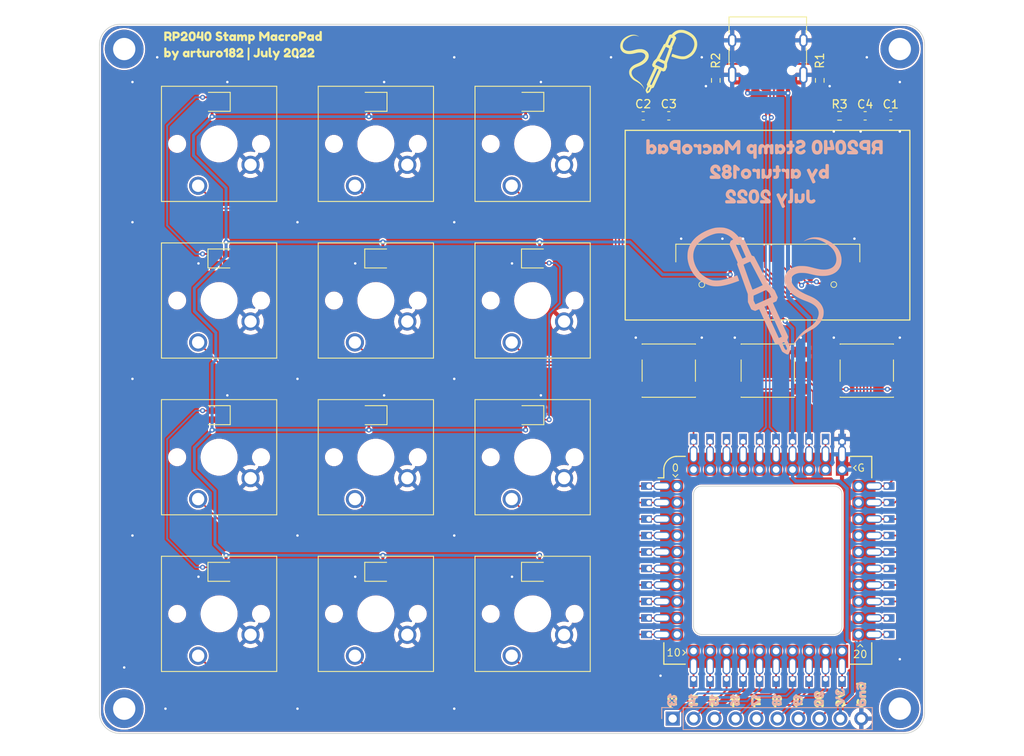
<source format=kicad_pcb>
(kicad_pcb (version 20221018) (generator pcbnew)
  (layers (0 "F.Cu" signal) (31 "B.Cu" signal) (34 "B.Paste" user) (35 "F.Paste" user) (36 "B.SilkS" user "B.Silkscreen") (37 "F.SilkS" user "F.Silkscreen") (38 "B.Mask" user) (39 "F.Mask" user) (44 "Edge.Cuts" user))
  (net 0 "")
  (net 1 "GND")
  (net 2 "+5V")
  (net 3 "Net-(J1-PadA5)")
  (net 4 "/USB_D+")
  (net 5 "/USB_D-")
  (net 7 "Net-(J1-PadB5)")
  (net 9 "unconnected-(U1-Pad32)")
  (net 10 "+3.3V")
  (net 11 "unconnected-(U1-Pad37)")
  (net 12 "unconnected-(U1-Pad38)")
  (net 13 "unconnected-(U1-Pad39)")
  (net 14 "Net-(C1-Pad2)")
  (net 15 "Net-(C2-Pad1)")
  (net 16 "Net-(C2-Pad2)")
  (net 17 "Net-(C3-Pad1)")
  (net 18 "Net-(C3-Pad2)")
  (net 19 "Net-(C4-Pad1)")
  (net 20 "/NEOPIXEL")
  (net 21 "Net-(D1-Pad1)")
  (net 22 "Net-(D2-Pad1)")
  (net 23 "Net-(D3-Pad1)")
  (net 24 "Net-(D4-Pad1)")
  (net 25 "Net-(D5-Pad1)")
  (net 26 "Net-(D6-Pad1)")
  (net 27 "Net-(D7-Pad1)")
  (net 28 "Net-(D8-Pad1)")
  (net 29 "Net-(D10-Pad3)")
  (net 30 "Net-(D10-Pad1)")
  (net 31 "Net-(D11-Pad1)")
  (net 34 "/LCD_CS")
  (net 35 "/LCD_RST")
  (net 36 "/LCD_DC")
  (net 39 "/LCD_CLK")
  (net 40 "/LCD_MOSI")
  (net 47 "Net-(DS1-Pad26)")
  (net 48 "/BTN1")
  (net 49 "/BTN2")
  (net 50 "/BTN3")
  (net 51 "/BTN4")
  (net 52 "/BTN5")
  (net 53 "/BTN6")
  (net 54 "/BTN7")
  (net 55 "/BTN8")
  (net 56 "/BTN9")
  (net 57 "/BTN10")
  (net 58 "/BTN11")
  (net 59 "/BTN12")
  (net 60 "/BTN_LEFT")
  (net 61 "/BTN_CENTER")
  (net 62 "/BTN_RIGHT")
  (net 63 "unconnected-(U1-Pad22)")
  (net 64 "/GPIO13")
  (net 65 "/GPIO14")
  (net 66 "/GPIO15")
  (net 67 "/GPIO16")
  (net 68 "/GPIO17")
  (net 69 "/GPIO18")
  (net 70 "/GPIO19")
  (net 71 "/GPIO20")
  (footprint "Capacitor_SMD:C_0603_1608Metric" (layer "F.Cu") (at 187 51.1)
    (fp_text reference "C3")
    (fp_text value "1uF")
  )
  (footprint "kibuzzard-62DF06D5" (layer "F.Cu") (at 207.78 121.74 90)
    (fp_text reference "kibuzzard-62DF06D5" hide)
    (fp_text value "G***" hide)
  )
  (footprint "kibuzzard-62DF06DC" (layer "F.Cu") (at 210.32 121.33 90)
    (fp_text reference "kibuzzard-62DF06DC" hide)
    (fp_text value "G***" hide)
  )
  (footprint "LED_SMD_Extra:WS2812B-2020" (layer "F.Cu") (at 151.5 87.4 180)
    (fp_text reference "D5" hide)
    (fp_text value "WS2812B-2020")
  )
  (footprint "LED_SMD_Extra:WS2812B-2020" (layer "F.Cu") (at 151.5 68.4)
    (fp_text reference "D8" hide)
    (fp_text value "WS2812B-2020")
  )
  (footprint "Capacitor_SMD:C_0603_1608Metric" (layer "F.Cu") (at 210.8 51.1 180)
    (fp_text reference "C4")
    (fp_text value "1uF")
  )
  (footprint "MountingHole:MountingHole_2.7mm_M2.5_DIN965_Pad" (layer "F.Cu") (at 215 43)
    (fp_text reference "REF**" hide)
    (fp_text value "MountingHole_2.7mm_M2.5_DIN965_Pad")
  )
  (footprint "Button_Switch_Keyboard:SW_Cherry_MX_1.00u_PCB" (layer "F.Cu") (at 129.96 59.58 180)
    (fp_text reference "SW1" hide)
    (fp_text value "SW_SPST")
  )
  (footprint "Button_Switch_SMD:SW_SPST_PTS645" (layer "F.Cu") (at 211 82 180)
    (fp_text reference "SW15" hide)
    (fp_text value "SW_RIGHT")
  )
  (footprint "Button_Switch_Keyboard:SW_Cherry_MX_1.00u_PCB" (layer "F.Cu") (at 129.96 78.58 180)
    (fp_text reference "SW4" hide)
    (fp_text value "SW_SPST")
  )
  (footprint "Capacitor_SMD:C_0603_1608Metric" (layer "F.Cu") (at 213.9 51.1 180)
    (fp_text reference "C1")
    (fp_text value "1uF")
  )
  (footprint "Button_Switch_Keyboard:SW_Cherry_MX_1.00u_PCB" (layer "F.Cu") (at 129.96 116.58 180)
    (fp_text reference "SW10" hide)
    (fp_text value "SW_SPST")
  )
  (footprint "Button_Switch_Keyboard:SW_Cherry_MX_1.00u_PCB" (layer "F.Cu") (at 148.96 59.58 180)
    (fp_text reference "SW2" hide)
    (fp_text value "SW_SPST")
  )
  (footprint "kibuzzard-62C6D91C" (layer "F.Cu") (at 135.4 42.6)
    (fp_text reference "kibuzzard-62C6D91C" hide)
    (fp_text value "G***" hide)
  )
  (footprint "Symbols_Extra:SolderParty-New-Logo_10x8.5mm_SilkScreen" (layer "F.Cu") (at 186.1 44.2)
    (fp_text reference "G***" hide)
    (fp_text value "LOGO" hide)
  )
  (footprint "MountingHole:MountingHole_2.7mm_M2.5_DIN965_Pad" (layer "F.Cu") (at 121 43)
    (fp_text reference "REF**" hide)
    (fp_text value "MountingHole_2.7mm_M2.5_DIN965_Pad")
  )
  (footprint "Resistor_SMD:R_0603_1608Metric" (layer "F.Cu") (at 205.3 46.8 -90)
    (fp_text reference "R1")
    (fp_text value "5.1K")
  )
  (footprint "Button_Switch_Keyboard:SW_Cherry_MX_1.00u_PCB" (layer "F.Cu") (at 167.96 78.58 180)
    (fp_text reference "SW6" hide)
    (fp_text value "SW_SPST")
  )
  (footprint "kibuzzard-62DF0644" (layer "F.Cu") (at 197.58 122.11 90)
    (fp_text reference "kibuzzard-62DF0644" hide)
    (fp_text value "G***" hide)
  )
  (footprint "Button_Switch_Keyboard:SW_Cherry_MX_1.00u_PCB" (layer "F.Cu") (at 167.96 116.58 180)
    (fp_text reference "SW12" hide)
    (fp_text value "SW_SPST")
  )
  (footprint "Capacitor_SMD:C_0603_1608Metric" (layer "F.Cu") (at 183.9 51.1)
    (fp_text reference "C2")
    (fp_text value "1uF")
  )
  (footprint "MountingHole:MountingHole_2.7mm_M2.5_DIN965_Pad" (layer "F.Cu") (at 121 123)
    (fp_text reference "REF**" hide)
    (fp_text value "MountingHole_2.7mm_M2.5_DIN965_Pad")
  )
  (footprint "LED_SMD_Extra:WS2812B-2020" (layer "F.Cu") (at 151.5 49.4 180)
    (fp_text reference "D11" hide)
    (fp_text value "WS2812B-2020")
  )
  (footprint "LED_SMD_Extra:WS2812B-2020" (layer "F.Cu") (at 151.5 106.4)
    (fp_text reference "D2" hide)
    (fp_text value "WS2812B-2020")
  )
  (footprint "Connector_USB:USB_C_Receptacle_HRO_TYPE-C-31-M-12" (layer "F.Cu") (at 199 43 180)
    (fp_text reference "J1" hide)
    (fp_text value "USB_C_Receptacle_USB2.0")
  )
  (footprint "LED_SMD_Extra:WS2812B-2020" (layer "F.Cu") (at 170.5 87.4 180)
    (fp_text reference "D6" hide)
    (fp_text value "WS2812B-2020")
  )
  (footprint "RP2040_Stamp:RP2040_Stamp_FlexyPin" (layer "F.Cu") (at 199 105)
    (fp_text reference "U1" hide)
    (fp_text value "RP2040_Stamp")
  )
  (footprint "Button_Switch_SMD:SW_SPST_PTS645" (layer "F.Cu") (at 199 82 180)
    (fp_text reference "SW14" hide)
    (fp_text value "SW_CENTER")
  )
  (footprint "Button_Switch_Keyboard:SW_Cherry_MX_1.00u_PCB" (layer "F.Cu") (at 148.96 97.58 180)
    (fp_text reference "SW8" hide)
    (fp_text value "SW_SPST")
  )
  (footprint "kibuzzard-62DF064B" (layer "F.Cu") (at 202.66 122.11 90)
    (fp_text reference "kibuzzard-62DF064B" hide)
    (fp_text value "G***" hide)
  )
  (footprint "kibuzzard-62DF0650" (layer "F.Cu") (at 205.21 121.89 90)
    (fp_text reference "kibuzzard-62DF0650" hide)
    (fp_text value "G***" hide)
  )
  (footprint "Display:OLED-128O064D" (layer "F.Cu") (at 199 67.815 180)
    (fp_text reference "DS1" hide)
    (fp_text value "OLED-128O064D")
  )
  (footprint "Button_Switch_SMD:SW_SPST_PTS645" (layer "F.Cu") (at 187 82 180)
    (fp_text reference "SW13" hide)
    (fp_text value "SW_LEFT")
  )
  (footprint "Button_Switch_Keyboard:SW_Cherry_MX_1.00u_PCB" (layer "F.Cu") (at 148.96 116.58 180)
    (fp_text reference "SW11" hide)
    (fp_text value "SW_SPST")
  )
  (footprint "LED_SMD_Extra:WS2812B-2020" (layer "F.Cu") (at 170.5 68.4)
    (fp_text reference "D7" hide)
    (fp_text value "WS2812B-2020")
  )
  (footprint "LED_SMD_Extra:WS2812B-2020" (layer "F.Cu") (at 132.5 87.4 180)
    (fp_text reference "D4" hide)
    (fp_text value "WS2812B-2020")
  )
  (footprint "LED_SMD_Extra:WS2812B-2020" (layer "F.Cu") (at 132.5 49.4 180)
    (fp_text reference "D10" hide)
    (fp_text value "WS2812B-2020")
  )
  (footprint "LED_SMD_Extra:WS2812B-2020" (layer "F.Cu") (at 132.5 106.4)
    (fp_text reference "D3" hide)
    (fp_text value "WS2812B-2020")
  )
  (footprint "kibuzzard-62DF0641" (layer "F.Cu") (at 195.04 122.11 90)
    (fp_text reference "kibuzzard-62DF0641" hide)
    (fp_text value "G***" hide)
  )
  (footprint "Button_Switch_Keyboard:SW_Cherry_MX_1.00u_PCB" (layer "F.Cu") (at 148.96 78.58 180)
    (fp_text reference "SW5" hide)
    (fp_text value "SW_SPST")
  )
  (footprint "LED_SMD_Extra:WS2812B-2020" (layer "F.Cu") (at 170.5 106.4)
    (fp_text reference "D1" hide)
    (fp_text value "WS2812B-2020")
  )
  (footprint "Resistor_SMD:R_0603_1608Metric" (layer "F.Cu") (at 192.7 46.8 -90)
    (fp_text reference "R2")
    (fp_text value "5.1K")
  )
  (footprint "Button_Switch_Keyboard:SW_Cherry_MX_1.00u_PCB" (layer "F.Cu") (at 129.96 97.58 180)
    (fp_text reference "SW7" hide)
    (fp_text value "SW_SPST")
  )
  (footprint "Resistor_SMD:R_0603_1608Metric" (layer "F.Cu") (at 207.7 51.1 180)
    (fp_text reference "R3")
    (fp_text value "390K")
  )
  (footprint "MountingHole:MountingHole_2.7mm_M2.5_DIN965_Pad" (layer "F.Cu") (at 215 123)
    (fp_text reference "REF**" hide)
    (fp_text value "MountingHole_2.7mm_M2.5_DIN965_Pad")
  )
  (footprint "kibuzzard-62DF0648" (layer "F.Cu") (at 200.12 122.11 90)
    (fp_text reference "kibuzzard-62DF0648" hide)
    (fp_text value "G***" hide)
  )
  (footprint "LED_SMD_Extra:WS2812B-2020" (layer "F.Cu") (at 170.5 49.4 180)
    (fp_text reference "D12" hide)
    (fp_text value "WS2812B-2020")
  )
  (footprint "kibuzzard-62DF063C" (layer "F.Cu") (at 192.5 122.11 90)
    (fp_text reference "kibuzzard-62DF063C" hide)
    (fp_text value "G***" hide)
  )
  (footprint "kibuzzard-62DF061F" (layer "F.Cu") (at 187.42 122.11 90)
    (fp_text reference "kibuzzard-62DF061F" hide)
    (fp_text value "G***" hide)
  )
  (footprint "Button_Switch_Keyboard:SW_Cherry_MX_1.00u_PCB" (layer "F.Cu") (at 167.96 97.58 180)
    (fp_text reference "SW9" hide)
    (fp_text value "SW_SPST")
  )
  (footprint "Button_Switch_Keyboard:SW_Cherry_MX_1.00u_PCB" (layer "F.Cu") (at 167.96 59.58 180)
    (fp_text reference "SW3" hide)
    (fp_text value "SW_SPST")
  )
  (footprint "kibuzzard-62DF0636" (layer "F.Cu") (at 189.96 122.11 90)
    (fp_text reference "kibuzzard-62DF0636" hide)
    (fp_text value "G***" hide)
  )
  (footprint "LED_SMD_Extra:WS2812B-2020" (layer "F.Cu") (at 132.5 68.4)
    (fp_text reference "D9" hide)
    (fp_text value "WS2812B-2020")
  )
  (footprint "kibuzzard-62C6DD16" (layer "B.Cu") (at 198.6 58.1 180)
    (fp_text reference "kibuzzard-62C6DD16" hide)
    (fp_text value "G***" hide)
  )
  (footprint "kibuzzard-62DF063C" (layer "B.Cu") (at 192.478752 121.974312 -90)
    (fp_text reference "kibuzzard-62DF063C" hide)
    (fp_text value "G***" hide)
  )
  (footprint "kibuzzard-62DF0648" (layer "B.Cu") (at 200.091663 121.933037 -90)
    (fp_text reference "kibuzzard-62DF0648" hide)
    (fp_text value "G***" hide)
  )
  (footprint "kibuzzard-62DF0650" (layer "B.Cu") (at 205.18 121.76 -90)
    (fp_text reference "kibuzzard-62DF0650" hide)
    (fp_text value "G***" hide)
  )
  (footprint "kibuzzard-62DF06D5" (layer "B.Cu") (at 207.753014 121.61395 -90)
    (fp_text reference "kibuzzard-62DF06D5" hide)
    (fp_text value "G***" hide)
  )
  (footprint "kibuzzard-62DF0641" (layer "B.Cu") (at 195.018752 121.9505 -90)
    (fp_text reference "kibuzzard-62DF0641" hide)
    (fp_text value "G***" hide)
  )
  (footprint "Symbols_Extra:SolderParty-New-Logo_20x16.9mm_SilkScreen" (layer "B.Cu") (at 197.95943 71.7 180)
    (fp_text reference "G***" hide)
    (fp_text value "LOGO" hide)
  )
  (footprint "Connector_PinHeader_2.54mm:PinHeader_1x10_P2.54mm_Vertical" (layer "B.Cu") (at 187.475 124.2 -90)
    (fp_text reference "J2" hide)
    (fp_text value "Conn_GPIOs")
  )
  (footprint "kibuzzard-62DF0644" (layer "B.Cu") (at 197.553263 121.941768 -90)
    (fp_text reference "kibuzzard-62DF0644" hide)
    (fp_text value "G***" hide)
  )
  (footprint "kibuzzard-62DF0636" (layer "B.Cu") (at 189.938752 121.937006 -90)
    (fp_text reference "kibuzzard-62DF0636" hide)
    (fp_text value "G***" hide)
  )
  (footprint "kibuzzard-62DF064B" (layer "B.Cu") (at 202.630062 121.9505 -90)
    (fp_text reference "kibuzzard-62DF064B" hide)
    (fp_text value "G***" hide)
  )
  (footprint "kibuzzard-62DF061F" (layer "B.Cu") (at 187.388127 121.9124 -90)
    (fp_text reference "kibuzzard-62DF061F" hide)
    (fp_text value "G***" hide)
  )
  (footprint "kibuzzard-62DF06DC" (layer "B.Cu") (at 210.298752 121.215487 -90)
    (fp_text reference "kibuzzard-62DF06DC" hide)
    (fp_text value "G***" hide)
  )
  (gr_rect (start 181.717439 52.86) (end 216.217439 75.86) (stroke (width 0.15)) (fill none) (layer "F.SilkS"))
  (gr_arc (start 218 123.5) (mid 217.267767 125.267767) (end 215.5 126) (stroke (width 0.1)) (layer "Edge.Cuts"))
  (gr_line (start 208 113) (end 208 97) (stroke (width 0.1)) (layer "Edge.Cuts"))
  (gr_arc (start 190 97) (mid 190.292893 96.292893) (end 191 96) (stroke (width 0.1)) (layer "Edge.Cuts"))
  (gr_line (start 191 114) (end 206.999999 114) (stroke (width 0.1)) (layer "Edge.Cuts"))
  (gr_arc (start 215.5 40) (mid 217.267767 40.732233) (end 218 42.5) (stroke (width 0.1)) (layer "Edge.Cuts"))
  (gr_line (start 190 113) (end 190 97) (stroke (width 0.1)) (layer "Edge.Cuts"))
  (gr_line (start 215.5 126) (end 120.5 126) (stroke (width 0.1)) (layer "Edge.Cuts"))
  (gr_line (start 218 42.5) (end 218 123.5) (stroke (width 0.1)) (layer "Edge.Cuts"))
  (gr_line (start 118 123.5) (end 118 42.5) (stroke (width 0.1)) (layer "Edge.Cuts"))
  (gr_line (start 120.5 40) (end 215.5 40) (stroke (width 0.1)) (layer "Edge.Cuts"))
  (gr_line (start 207 96) (end 191 96) (stroke (width 0.1)) (layer "Edge.Cuts"))
  (gr_arc (start 118 42.5) (mid 118.732233 40.732233) (end 120.5 40) (stroke (width 0.1)) (layer "Edge.Cuts"))
  (gr_arc (start 208 113) (mid 207.707107 113.707107) (end 207 114) (stroke (width 0.1)) (layer "Edge.Cuts"))
  (gr_arc (start 120.5 126) (mid 118.732233 125.267767) (end 118 123.5) (stroke (width 0.1)) (layer "Edge.Cuts"))
  (gr_arc (start 207 96) (mid 207.707107 96.292893) (end 208 97) (stroke (width 0.1)) (layer "Edge.Cuts"))
  (gr_arc (start 191 114) (mid 190.292893 113.707107) (end 190 113) (stroke (width 0.1)) (layer "Edge.Cuts"))
  (segment (start 208 90.6) (end 208 92.15) (width 0.22) (layer "F.Cu") (net 1))
  (via (at 191 44) (size 0.6) (drill 0.3) (layers "F.Cu" "B.Cu") (net 1))
  (via (at 133.5 47) (size 0.6) (drill 0.3) (layers "F.Cu" "B.Cu") (net 1))
  (via (at 122 83) (size 0.6) (drill 0.3) (layers "F.Cu" "B.Cu") (net 1))
  (via (at 215 53) (size 0.6) (drill 0.3) (layers "F.Cu" "B.Cu") (net 1))
  (via (at 215 78) (size 0.6) (drill 0.3) (layers "F.Cu" "B.Cu") (net 1))
  (via (at 152.5 47) (size 0.6) (drill 0.3) (layers "F.Cu" "B.Cu") (net 1))
  (via (at 122 64) (size 0.6) (drill 0.3) (layers "F.Cu" "B.Cu") (net 1))
  (via (at 186 119) (size 0.6) (drill 0.3) (layers "F.Cu" "B.Cu") (net 1))
  (via (at 215 47) (size 0.6) (drill 0.3) (layers "F.Cu" "B.Cu") (net 1))
  (via (at 130 107) (size 0.6) (drill 0.3) (layers "F.Cu" "B.Cu") (net 1))
  (via (at 142 64) (size 0.6) (drill 0.3) (layers "F.Cu" "B.Cu") (net 1))
  (via (at 195 78) (size 0.6) (drill 0.3) (layers "F.Cu" "B.Cu") (net 1))
  (via (at 168 107) (size 0.6) (drill 0.3) (layers "F.Cu" "B.Cu") (net 1))
  (via (at 191.5 47.5) (size 0.6) (drill 0.3) (layers "F.Cu" "B.Cu") (net 1))
  (via (at 171.5 47) (size 0.6) (drill 0.3) (layers "F.Cu" "B.Cu") (net 1))
  (via (at 149 107) (size 0.6) (drill 0.3) (layers "F.Cu" "B.Cu") (net 1))
  (via (at 142 123) (size 0.6) (drill 0.3) (layers "F.Cu" "B.Cu") (net 1))
  (via (at 188.5 66) (size 0.6) (drill 0.3) (layers "F.Cu" "B.Cu") (net 1))
  (via (at 203 78) (size 0.6) (drill 0.3) (layers "F.Cu" "B.Cu") (net 1))
  (via (at 161 64) (size 0.6) (drill 0.3) (layers "F.Cu" "B.Cu") (net 1))
  (via (at 161 83) (size 0.6) (drill 0.3) (layers "F.Cu" "B.Cu") (net 1))
  (via (at 183 78) (size 0.6) (drill 0.3) (layers "F.Cu" "B.Cu") (net 1))
  (via (at 209.5 66) (size 0.6) (drill 0.3) (layers "F.Cu" "B.Cu") (net 1))
  (via (at 126 123) (size 0.6) (drill 0.3) (layers "F.Cu" "B.Cu") (net 1))
  (via (at 168 69) (size 0.6) (drill 0.3) (layers "F.Cu" "B.Cu") (net 1))
  (via (at 193.5 66) (size 0.6) (drill 0.3) (layers "F.Cu" "B.Cu") (net 1))
  (via (at 133.5 85) (size 0.6) (drill 0.3) (layers "F.Cu" "B.Cu") (net 1))
  (via (at 130 69) (size 0.6) (drill 0.3) (layers "F.Cu" "B.Cu") (net 1))
  (via (at 152.5 85) (size 0.6) (drill 0.3) (layers "F.Cu" "B.Cu") (net 1))
  (via (at 122 47) (size 0.6) (drill 0.3) (layers "F.Cu" "B.Cu") (net 1))
  (via (at 121 118) (size 0.6) (drill 0.3) (layers "F.Cu" "B.Cu") (net 1))
  (via (at 191 78) (size 0.6) (drill 0.3) (layers "F.Cu" "B.Cu") (net 1))
  (via (at 161 102) (size 0.6) (drill 0.3) (layers "F.Cu" "B.Cu") (net 1))
  (via (at 149 69) (size 0.6) (drill 0.3) (layers "F.Cu" "B.Cu") (net 1))
  (via (at 142 102) (size 0.6) (drill 0.3) (layers "F.Cu" "B.Cu") (net 1))
  (via (at 210.25 53) (size 0.6) (drill 0.3) (layers "F.Cu" "B.Cu") (net 1))
  (via (at 161 44) (size 0.6) (drill 0.3) (layers "F.Cu" "B.Cu") (net 1))
  (via (at 196 66) (size 0.6) (drill 0.3) (layers "F.Cu" "B.Cu") (net 1))
  (via (at 142 83) (size 0.6) (drill 0.3) (layers "F.Cu" "B.Cu") (net 1))
  (via (at 161 123) (size 0.6) (drill 0.3) (layers "F.Cu" "B.Cu") (net 1))
  (via (at 207 53) (size 0.6) (drill 0.3) (layers "F.Cu" "B.Cu") (net 1))
  (via (at 206.5 47.5) (size 0.6) (drill 0.3) (layers "F.Cu" "B.Cu") (net 1))
  (via (at 142 44) (size 0.6) (drill 0.3) (layers "F.Cu" "B.Cu") (net 1))
  (via (at 207 78) (size 0.6) (drill 0.3) (layers "F.Cu" "B.Cu") (net 1))
  (via (at 211 44) (size 0.6) (drill 0.3) (layers "F.Cu" "B.Cu") (net 1))
  (via (at 215 117) (size 0.6) (drill 0.3) (layers "F.Cu" "B.Cu") (net 1))
  (via (at 125 44) (size 0.6) (drill 0.3) (layers "F.Cu" "B.Cu") (net 1))
  (via (at 171.5 85) (size 0.6) (drill 0.3) (layers "F.Cu" "B.Cu") (net 1))
  (via (at 122 102) (size 0.6) (drill 0.3) (layers "F.Cu" "B.Cu") (net 1))
  (via (at 180 44) (size 0.6) (drill 0.3) (layers "F.Cu" "B.Cu") (net 1))
  (segment (start 196.55 47.045) (end 196.55 48.35) (width 0.5) (layer "F.Cu") (net 2))
  (segment (start 204 90.6) (end 204 92.15) (width 0.22) (layer "F.Cu") (net 2))
  (segment (start 201.45 47.045) (end 201.45 48.35) (width 0.5) (layer "F.Cu") (net 2))
  (via (at 196.55 48.35) (size 0.6) (drill 0.3) (layers "F.Cu" "B.Cu") (net 2))
  (via (at 201.45 48.35) (size 0.6) (drill 0.3) (layers "F.Cu" "B.Cu") (net 2))
  (segment (start 204 75.6) (end 201.45 73.05) (width 0.5) (layer "B.Cu") (net 2))
  (segment (start 201.45 48.35) (end 196.55 48.35) (width 0.5) (layer "B.Cu") (net 2))
  (segment (start 201.45 73.05) (end 201.45 48.35) (width 0.5) (layer "B.Cu") (net 2))
  (segment (start 204 90.6) (end 204 75.6) (width 0.5) (layer "B.Cu") (net 2))
  (segment (start 200.25 47.045) (end 200.25 45.45) (width 0.22) (layer "F.Cu") (net 3))
  (segment (start 200.25 45.45) (end 200.9 44.8) (width 0.22) (layer "F.Cu") (net 3))
  (segment (start 200.9 44.8) (end 204.9 44.8) (width 0.22) (layer "F.Cu") (net 3))
  (segment (start 204.9 44.8) (end 205.3 45.2) (width 0.22) (layer "F.Cu") (net 3))
  (segment (start 205.3 45.2) (end 205.3 45.975) (width 0.22) (layer "F.Cu") (net 3))
  (segment (start 199.25 48.132501) (end 199.275 48.157501) (width 0.2) (layer "F.Cu") (net 4))
  (segment (start 199.2 48) (end 198.4 48) (width 0.2) (layer "F.Cu") (net 4))
  (segment (start 198.774999 51.100001) (end 198.575 51.3) (width 0.2) (layer "F.Cu") (net 4))
  (segment (start 199.275 48.9068) (end 198.774999 49.406801) (width 0.2) (layer "F.Cu") (net 4))
  (segment (start 198.774999 49.406801) (end 198.774999 51.100001) (width 0.2) (layer "F.Cu") (net 4))
  (segment (start 199.25 47.045) (end 199.25 47.95) (width 0.2) (layer "F.Cu") (net 4))
  (segment (start 199.25 47.95) (end 199.25 48.132501) (width 0.2) (layer "F.Cu") (net 4))
  (segment (start 199.25 47.95) (end 199.2 48) (width 0.2) (layer "F.Cu") (net 4))
  (segment (start 198 90.6) (end 198 92.15) (width 0.2) (layer "F.Cu") (net 4))
  (segment (start 198.4 48) (end 198.25 47.85) (width 0.2) (layer "F.Cu") (net 4))
  (segment (start 198.25 47.85) (end 198.25 47.045) (width 0.2) (layer "F.Cu") (net 4))
  (segment (start 199.275 48.157501) (end 199.275 48.9068) (width 0.2) (layer "F.Cu") (net 4))
  (via (at 198.575 51.3) (size 0.6) (drill 0.3) (layers "F.Cu" "B.Cu") (net 4))
  (segment (start 198.774999 51.499999) (end 198.575 51.3) (width 0.2) (layer "B.Cu") (net 4))
  (segment (start 198.775 88.849999) (end 198.774999 51.499999) (width 0.2) (layer "B.Cu") (net 4))
  (segment (start 198 90.6) (end 198 89.624999) (width 0.2) (layer "B.Cu") (net 4))
  (segment (start 198 89.624999) (end 198.775 88.849999) (width 0.2) (layer "B.Cu") (net 4))
  (segment (start 199.225001 51.100001) (end 199.425 51.3) (width 0.2) (layer "F.Cu") (net 5))
  (segment (start 199.75 47.045) (end 199.75 48.132501) (width 0.2) (layer "F.Cu") (net 5))
  (segment (start 199.75 47.045) (end 199.75 46.27) (width 0.2) (layer "F.Cu") (net 5))
  (segment (start 199.75 48.132501) (end 199.725 48.157501) (width 0.2) (layer "F.Cu") (net 5))
  (segment (start 199.75 46.27) (end 199.6 46.12) (width 0.2) (layer "F.Cu") (net 5))
  (segment (start 198.75 46.25) (end 198.75 47.045) (width 0.2) (layer "F.Cu") (net 5))
  (segment (start 199.6 46.12) (end 198.88 46.12) (width 0.2) (layer "F.Cu") (net 5))
  (segment (start 198.88 46.12) (end 198.75 46.25) (width 0.2) (layer "F.Cu") (net 5))
  (segment (start 199.225001 49.593199) (end 199.225001 51.100001) (width 0.2) (layer "F.Cu") (net 5))
  (segment (start 200 90.6) (end 200 92.15) (width 0.2) (layer "F.Cu") (net 5))
  (segment (start 199.725 49.0932) (end 199.225001 49.593199) (width 0.2) (layer "F.Cu") (net 5))
  (segment (start 199.725 48.157501) (end 199.725 49.0932) (width 0.2) (layer "F.Cu") (net 5))
  (via (at 199.425 51.3) (size 0.6) (drill 0.3) (layers "F.Cu" "B.Cu") (net 5))
  (segment (start 200 89.624999) (end 199.225 88.849999) (width 0.2) (layer "B.Cu") (net 5))
  (segment (start 200 90.6) (end 200 89.624999) (width 0.2) (layer "B.Cu") (net 5))
  (segment (start 199.225001 51.499999) (end 199.425 51.3) (width 0.2) (layer "B.Cu") (net 5))
  (segment (start 199.225 88.849999) (end 199.225001 51.499999) (width 0.2) (layer "B.Cu") (net 5))
  (segment (start 196.7 44.8) (end 193.1 44.8) (width 0.22) (layer "F.Cu") (net 7))
  (segment (start 192.7 45.2) (end 192.7 45.975) (width 0.22) (layer "F.Cu") (net 7))
  (segment (start 197.25 45.35) (end 196.7 44.8) (width 0.22) (layer "F.Cu") (net 7))
  (segment (start 193.1 44.8) (end 192.7 45.2) (width 0.22) (layer "F.Cu") (net 7))
  (segment (start 197.25 47.045) (end 197.25 45.35) (width 0.22) (layer "F.Cu") (net 7))
  (segment (start 206 90.6) (end 206 92.15) (width 0.22) (layer "F.Cu") (net 9))
  (segment (start 133.35 105.85) (end 133.35 104.4) (width 0.35) (layer "F.Cu") (net 10))
  (segment (start 169.65 87.95) (end 169.65 89.2) (width 0.35) (layer "F.Cu") (net 10))
  (segment (start 200.1 75) (end 195.9 75) (width 0.4) (layer "F.Cu") (net 10))
  (segment (start 202 90.6) (end 202 92.15) (width 0.22) (layer "F.Cu") (net 10))
  (segment (start 171.35 105.85) (end 171.35 104.4) (width 0.35) (layer "F.Cu") (net 10))
  (segment (start 150.65 87.95) (end 150.65 89.2) (width 0.35) (layer "F.Cu") (net 10))
  (segment (start 133.35 105.85) (end 133.35 104.4) (width 0.35) (layer "F.Cu") (net 10))
  (segment (start 192.7 69.3) (end 194.45 69.3) (width 0.4) (layer "F.Cu") (net 10))
  (segment (start 194.45 73.55) (end 194.45 70.35) (width 0.4) (layer "F.Cu") (net 10))
  (segment (start 150.65 49.95) (end 150.65 51.2) (width 0.35) (layer "F.Cu") (net 10))
  (segment (start 192.35 68.95) (end 192.7 69.3) (width 0.4) (layer "F.Cu") (net 10))
  (segment (start 194.45 70.35) (end 194.45 67.815) (width 0.4) (layer "F.Cu") (net 10))
  (segment (start 152.35 67.85) (end 152.35 66.4) (width 0.35) (layer "F.Cu") (net 10))
  (segment (start 192.35 67.815) (end 192.35 68.95) (width 0.4) (layer "F.Cu") (net 10))
  (segment (start 171.35 67.85) (end 171.35 66.4) (width 0.35) (layer "F.Cu") (net 10))
  (segment (start 152.35 105.85) (end 152.35 104.4) (width 0.35) (layer "F.Cu") (net 10))
  (segment (start 131.65 49.95) (end 131.65 51.2) (width 0.35) (layer "F.Cu") (net 10))
  (segment (start 133.35 67.85) (end 133.35 66.4) (width 0.35) (layer "F.Cu") (net 10))
  (segment (start 195.9 75) (end 194.45 73.55) (width 0.4) (layer "F.Cu") (net 10))
  (segment (start 169.65 49.95) (end 169.65 51.2) (width 0.35) (layer "F.Cu") (net 10))
  (segment (start 131.65 87.95) (end 131.65 89.2) (width 0.35) (layer "F.Cu") (net 10))
  (segment (start 201.1 76) (end 200.1 75) (width 0.4) (layer "F.Cu") (net 10))
  (via (at 152.35 66.4) (size 0.6) (drill 0.3) (layers "F.Cu" "B.Cu") (net 10))
  (via (at 131.65 51.2) (size 0.6) (drill 0.3) (layers "F.Cu" "B.Cu") (net 10))
  (via (at 152.35 104.4) (size 0.6) (drill 0.3) (layers "F.Cu" "B.Cu") (net 10))
  (via (at 194.45 70.35) (size 0.6) (drill 0.3) (layers "F.Cu" "B.Cu") (net 10))
  (via (at 169.65 51.2) (size 0.6) (drill 0.3) (layers "F.Cu" "B.Cu") (net 10))
  (via (at 169.65 89.2) (size 0.6) (drill 0.3) (layers "F.Cu" "B.Cu") (net 10))
  (via (at 150.65 89.2) (size 0.6) (drill 0.3) (layers "F.Cu" "B.Cu") (net 10))
  (via (at 131.65 89.2) (size 0.6) (drill 0.3) (layers "F.Cu" "B.Cu") (net 10))
  (via (at 150.65 51.2) (size 0.6) (drill 0.3) (layers "F.Cu" "B.Cu") (net 10))
  (via (at 171.35 104.4) (size 0.6) (drill 0.3) (layers "F.Cu" "B.Cu") (net 10))
  (via (at 201.1 76) (size 0.6) (drill 0.3) (layers "F.Cu" "B.Cu") (net 10))
  (via (at 133.35 66.4) (size 0.6) (drill 0.3) (layers "F.Cu" "B.Cu") (net 10))
  (via (at 133.35 104.4) (size 0.6) (drill 0.3) (layers "F.Cu" "B.Cu") (net 10))
  (via (at 171.35 66.4) (size 0.6) (drill 0.3) (layers "F.Cu" "B.Cu") (net 10))
  (segment (start 171.35 104.4) (end 152.35 104.4) (width 0.35) (layer "B.Cu") (net 10))
  (segment (start 207.795 122.68) (end 207.795 124.2) (width 0.4) (layer "B.Cu") (net 10))
  (segment (start 152.35 104.4) (end 133.35 104.4) (width 0.35) (layer "B.Cu") (net 10))
  (segment (start 131.65 81.15) (end 132.1 80.7) (width 0.35) (layer "B.Cu") (net 10))
  (segment (start 169.65 89.2) (end 150.65 89.2) (width 0.35) (layer "B.Cu") (net 10))
  (segment (start 131.65 89.2) (end 131.65 81.15) (width 0.35) (layer "B.Cu") (net 10))
  (segment (start 169.65 51.2) (end 150.65 51.2) (width 0.35) (layer "B.Cu") (net 10))
  (segment (start 129.5 94.1) (end 129.5 91.35) (width 0.35) (layer "B.Cu") (net 10))
  (segment (start 202 94) (end 202 95) (width 0.4) (layer "B.Cu") (net 10))
  (segment (start 208.6 96.3) (end 208.6 114.6) (width 0.4) (layer "B.Cu") (net 10))
  (segment (start 133.35 104.4) (end 132 103.05) (width 0.35) (layer "B.Cu") (net 10))
  (segment (start 152.35 66.4) (end 133.35 66.4) (width 0.35) (layer "B.Cu") (net 10))
  (segment (start 129.4 53.45) (end 131.65 51.2) (width 0.35) (layer "B.Cu") (net 10))
  (segment (start 182.3 66.4) (end 186.25 70.35) (width 0.35) (layer "B.Cu") (net 10))
  (segment (start 132 103.05) (end 132 96.6) (width 0.35) (layer "B.Cu") (net 10))
  (segment (start 133.35 68.15) (end 133.35 66.4) (width 0.35) (layer "B.Cu") (net 10))
  (segment (start 202.4 95.4) (end 207.7 95.4) (width 0.4) (layer "B.Cu") (net 10))
  (segment (start 133.35 66.4) (end 133.35 59.85) (width 0.35) (layer "B.Cu") (net 10))
  (segment (start 202 95) (end 202.4 95.4) (width 0.4) (layer "B.Cu") (net 10))
  (segment (start 129.5 72) (end 133.35 68.15) (width 0.35) (layer "B.Cu") (net 10))
  (segment (start 129.5 91.35) (end 131.65 89.2) (width 0.35) (layer "B.Cu") (net 10))
  (segment (start 207.7 95.4) (end 208.6 96.3) (width 0.4) (layer "B.Cu") (net 10))
  (segment (start 208.6 114.6) (end 209.25 115.25) (width 0.4) (layer "B.Cu") (net 10))
  (segment (start 132.1 80.7) (end 132.1 77.4) (width 0.35) (layer "B.Cu") (net 10))
  (segment (start 209.25 115.25) (end 209.25 121.225) (width 0.4) (layer "B.Cu") (net 10))
  (segment (start 150.65 51.2) (end 131.65 51.2) (width 0.35) (layer "B.Cu") (net 10))
  (segment (start 186.25 70.35) (end 194.45 70.35) (width 0.35) (layer "B.Cu") (net 10))
  (segment (start 133.35 59.85) (end 129.4 55.9) (width 0.35) (layer "B.Cu") (net 10))
  (segment (start 171.35 66.4) (end 182.3 66.4) (width 0.35) (layer "B.Cu") (net 10))
  (segment (start 129.4 55.9) (end 129.4 53.45) (width 0.35) (layer "B.Cu") (net 10))
  (segment (start 209.25 121.225) (end 207.795 122.68) (width 0.4) (layer "B.Cu") (net 10))
  (segment (start 129.5 74.8) (end 129.5 72) (width 0.35) (layer "B.Cu") (net 10))
  (segment (start 132 96.6) (end 129.5 94.1) (width 0.35) (layer "B.Cu") (net 10))
  (segment (start 201.1 76) (end 202 76.9) (width 0.4) (layer "B.Cu") (net 10))
  (segment (start 150.65 89.2) (end 131.65 89.2) (width 0.35) (layer "B.Cu") (net 10))
  (segment (start 171.35 66.4) (end 152.35 66.4) (width 0.35) (layer "B.Cu") (net 10))
  (segment (start 132.1 77.4) (end 129.5 74.8) (width 0.35) (layer "B.Cu") (net 10))
  (segment (start 202 76.9) (end 202 90.6) (width 0.4) (layer "B.Cu") (net 10))
  (segment (start 196 90.6) (end 196 92.15) (width 0.22) (layer "F.Cu") (net 11))
  (segment (start 194 90.6) (end 194 92.15) (width 0.22) (layer "F.Cu") (net 12))
  (segment (start 192 90.6) (end 192 92.15) (width 0.22) (layer "F.Cu") (net 13))
  (segment (start 207.75 67.815) (end 207.75 58.581372) (width 0.2) (layer "F.Cu") (net 14))
  (segment (start 208.931372 57.4) (end 212.6 57.4) (width 0.2) (layer "F.Cu") (net 14))
  (segment (start 207.75 58.581372) (end 208.931372 57.4) (width 0.2) (layer "F.Cu") (net 14))
  (segment (start 212.6 57.4) (end 213.125 56.875) (width 0.2) (layer "F.Cu") (net 14))
  (segment (start 213.125 56.875) (end 213.125 51.1) (width 0.2) (layer "F.Cu") (net 14))
  (segment (start 189.034314 58.9) (end 184.4 58.9) (width 0.2) (layer "F.Cu") (net 15))
  (segment (start 183.125 57.625) (end 183.125 51.1) (width 0.2) (layer "F.Cu") (net 15))
  (segment (start 189.55 59.415686) (end 189.034314 58.9) (width 0.2) (layer "F.Cu") (net 15))
  (segment (start 189.55 67.815) (end 189.55 59.415686) (width 0.2) (layer "F.Cu") (net 15))
  (segment (start 184.4 58.9) (end 183.125 57.625) (width 0.2) (layer "F.Cu") (net 15))
  (segment (start 185.8 58.5) (end 184.675 57.375) (width 0.2) (layer "F.Cu") (net 16))
  (segment (start 184.675 57.375) (end 184.675 51.1) (width 0.2) (layer "F.Cu") (net 16))
  (segment (start 190.25 67.815) (end 190.25 59.55) (width 0.2) (layer "F.Cu") (net 16))
  (segment (start 189.2 58.5) (end 185.8 58.5) (width 0.2) (layer "F.Cu") (net 16))
  (segment (start 190.25 59.55) (end 189.2 58.5) (width 0.2) (layer "F.Cu") (net 16))
  (segment (start 187 58.1) (end 186.225 57.325) (width 0.2) (layer "F.Cu") (net 17))
  (segment (start 186.225 57.325) (end 186.225 51.1) (width 0.2) (layer "F.Cu") (net 17))
  (segment (start 190.95 67.815) (end 190.95 59.684314) (width 0.2) (layer "F.Cu") (net 17))
  (segment (start 189.365686 58.1) (end 187 58.1) (width 0.2) (layer "F.Cu") (net 17))
  (segment (start 190.95 59.684314) (end 189.365686 58.1) (width 0.2) (layer "F.Cu") (net 17))
  (segment (start 187.775 57.475) (end 187.775 51.1) (width 0.2) (layer "F.Cu") (net 18))
  (segment (start 191.65 59.818628) (end 189.531372 57.7) (width 0.2) (layer "F.Cu") (net 18))
  (segment (start 188 57.7) (end 187.775 57.475) (width 0.2) (layer "F.Cu") (net 18))
  (segment (start 191.65 67.815) (end 191.65 59.818628) (width 0.2) (layer "F.Cu") (net 18))
  (segment (start 189.531372 57.7) (end 188 57.7) (width 0.2) (layer "F.Cu") (net 18))
  (segment (start 210.834314 57) (end 211.575 56.259314) (width 0.2) (layer "F.Cu") (net 19))
  (segment (start 207.05 58.715687) (end 208.765687 57) (width 0.2) (layer "F.Cu") (net 19))
  (segment (start 207.05 67.815) (end 207.05 58.715687) (width 0.2) (layer "F.Cu") (net 19))
  (segment (start 208.765687 57) (end 210.834314 57) (width 0.2) (layer "F.Cu") (net 19))
  (segment (start 211.575 56.259314) (end 211.575 51.1) (width 0.2) (layer "F.Cu") (net 19))
  (segment (start 180.7 114) (end 184.6 114) (width 0.2) (layer "F.Cu") (net 20))
  (segment (start 184.6 114) (end 186.15 114) (width 0.2) (layer "F.Cu") (net 20))
  (segment (start 178.75 106.95) (end 180.05 108.25) (width 0.2) (layer "F.Cu") (net 20))
  (segment (start 171.35 106.95) (end 178.75 106.95) (width 0.2) (layer "F.Cu") (net 20))
  (segment (start 180.05 113.35) (end 180.7 114) (width 0.2) (layer "F.Cu") (net 20))
  (segment (start 180.05 108.25) (end 180.05 113.35) (width 0.2) (layer "F.Cu") (net 20))
  (segment (start 160.45 106.95) (end 161.55 105.85) (width 0.2) (layer "F.Cu") (net 21))
  (segment (start 161.55 105.85) (end 169.65 105.85) (width 0.2) (layer "F.Cu") (net 21))
  (segment (start 152.35 106.95) (end 160.45 106.95) (width 0.2) (layer "F.Cu") (net 21))
  (segment (start 142.55 105.85) (end 150.65 105.85) (width 0.2) (layer "F.Cu") (net 22))
  (segment (start 133.35 106.95) (end 141.45 106.95) (width 0.2) (layer "F.Cu") (net 22))
  (segment (start 141.45 106.95) (end 142.55 105.85) (width 0.2) (layer "F.Cu") (net 22))
  (segment (start 131.65 105.85) (end 130.5 105.85) (width 0.22) (layer "F.Cu") (net 23))
  (segment (start 131.65 86.85) (end 130.5 86.85) (width 0.22) (layer "F.Cu") (net 23))
  (via (at 130.5 86.85) (size 0.6) (drill 0.3) (layers "F.Cu" "B.Cu") (net 23))
  (via (at 130.5 105.85) (size 0.6) (drill 0.3) (layers "F.Cu" "B.Cu") (net 23))
  (segment (start 126.2 90.3) (end 126.2 102.4) (width 0.2) (layer "B.Cu") (net 23))
  (segment (start 129.65 86.85) (end 126.2 90.3) (width 0.2) (layer "B.Cu") (net 23))
  (segment (start 130.5 86.85) (end 129.65 86.85) (width 0.2) (layer "B.Cu") (net 23))
  (segment (start 126.2 102.4) (end 129.65 105.85) (width 0.2) (layer "B.Cu") (net 23))
  (segment (start 129.65 105.85) (end 130.5 105.85) (width 0.2) (layer "B.Cu") (net 23))
  (segment (start 142.55 86.85) (end 150.65 86.85) (width 0.2) (layer "F.Cu") (net 24))
  (segment (start 133.35 87.95) (end 141.45 87.95) (width 0.2) (layer "F.Cu") (net 24))
  (segment (start 141.45 87.95) (end 142.55 86.85) (width 0.2) (layer "F.Cu") (net 24))
  (segment (start 160.45 87.95) (end 161.55 86.85) (width 0.2) (layer "F.Cu") (net 25))
  (segment (start 152.35 87.95) (end 160.45 87.95) (width 0.2) (layer "F.Cu") (net 25))
  (segment (start 161.55 86.85) (end 169.65 86.85) (width 0.2) (layer "F.Cu") (net 25))
  (segment (start 171.35 68.95) (end 172.5 68.95) (width 0.2) (layer "F.Cu") (net 26))
  (segment (start 171.35 87.95) (end 172.5 87.95) (width 0.2) (layer "F.Cu") (net 26))
  (via (at 172.5 87.95) (size 0.6) (drill 0.3) (layers "F.Cu" "B.Cu") (net 26))
  (via (at 172.5 68.95) (size 0.6) (drill 0.3) (layers "F.Cu" "B.Cu") (net 26))
  (segment (start 173.8 69.45) (end 173.8 73.8) (width 0.2) (layer "B.Cu") (net 26))
  (segment (start 172.5 68.95) (end 173.3 68.95) (width 0.2) (layer "B.Cu") (net 26))
  (segment (start 173.8 73.8) (end 172.5 75.1) (width 0.2) (layer "B.Cu") (net 26))
  (segment (start 173.3 68.95) (end 173.8 69.45) (width 0.2) (layer "B.Cu") (net 26))
  (segment (start 172.5 75.1) (end 172.5 87.95) (width 0.2) (layer "B.Cu") (net 26))
  (segment (start 160.45 68.95) (end 161.55 67.85) (width 0.2) (layer "F.Cu") (net 27))
  (segment (start 152.35 68.95) (end 160.45 68.95) (width 0.2) (layer "F.Cu") (net 27))
  (segment (start 161.55 67.85) (end 169.65 67.85) (width 0.2) (layer "F.Cu") (net 27))
  (segment (start 142.55 67.85) (end 150.65 67.85) (width 0.2) (layer "F.Cu") (net 28))
  (segment (start 133.35 68.95) (end 141.45 68.95) (width 0.2) (layer "F.Cu") (net 28))
  (segment (start 141.45 68.95) (end 142.55 67.85) (width 0.2) (layer "F.Cu") (net 28))
  (segment (start 131.65 48.85) (end 130.5 48.85) (width 0.22) (layer "F.Cu") (net 29))
  (segment (start 131.65 67.85) (end 130.5 67.85) (width 0.22) (layer "F.Cu") (net 29))
  (via (at 130.5 67.85) (size 0.6) (drill 0.3) (layers "F.Cu" "B.Cu") (net 29))
  (via (at 130.5 48.85) (size 0.6) (drill 0.3) (layers "F.Cu" "B.Cu") (net 29))
  (segment (start 126.2 64.4) (end 129.65 67.85) (width 0.22) (layer "B.Cu") (net 29))
  (segment (start 126.2 52.3) (end 126.2 64.4) (width 0.22) (layer "B.Cu") (net 29))
  (segment (start 129.65 48.85) (end 126.2 52.3) (width 0.22) (layer "B.Cu") (net 29))
  (segment (start 130.5 48.85) (end 129.65 48.85) (width 0.22) (layer "B.Cu") (net 29))
  (segment (start 129.65 67.85) (end 130.5 67.85) (width 0.22) (layer "B.Cu") (net 29))
  (segment (start 142.55 48.85) (end 150.65 48.85) (width 0.22) (layer "F.Cu") (net 30))
  (segment (start 141.45 49.95) (end 142.55 48.85) (width 0.22) (layer "F.Cu") (net 30))
  (segment (start 133.35 49.95) (end 141.45 49.95) (width 0.22) (layer "F.Cu") (net 30))
  (segment (start 161.6 48.85) (end 169.65 48.85) (width 0.22) (layer "F.Cu") (net 31))
  (segment (start 152.35 49.95) (end 160.5 49.95) (width 0.22) (layer "F.Cu") (net 31))
  (segment (start 160.5 49.95) (end 161.6 48.85) (width 0.22) (layer "F.Cu") (net 31))
  (segment (start 214.8 100.39397) (end 215.22 99.97397) (width 0.2) (layer "F.Cu") (net 34))
  (segment (start 215.22 99.97397) (end 215.22 98.36794) (width 0.2) (layer "F.Cu") (net 34))
  (segment (start 208.037256 73.1) (end 201.1 73.1) (width 0.2) (layer "F.Cu") (net 34))
  (segment (start 213.4 102) (end 214.6 102) (width 0.2) (layer "F.Cu") (net 34))
  (segment (start 215.54 98.04794) (end 215.54 91.35809) (width 0.2) (layer "F.Cu") (net 34))
  (segment (start 209.8 74.862744) (end 208.037256 73.1) (width 0.2) (layer "F.Cu") (net 34))
  (segment (start 209.8 85.61809) (end 209.8 74.862744) (width 0.2) (layer "F.Cu") (net 34))
  (segment (start 214.6 102) (end 214.8 101.8) (width 0.2) (layer "F.Cu") (net 34))
  (segment (start 197.25 69.25) (end 197.25 67.815) (width 0.2) (layer "F.Cu") (net 34))
  (segment (start 201.1 73.1) (end 197.25 69.25) (width 0.2) (layer "F.Cu") (net 34))
  (segment (start 213.4 102) (end 211.85 102) (width 0.2) (layer "F.Cu") (net 34))
  (segment (start 214.8 101.8) (end 214.8 100.39397) (width 0.2) (layer "F.Cu") (net 34))
  (segment (start 215.22 98.36794) (end 215.54 98.04794) (width 0.2) (layer "F.Cu") (net 34))
  (segment (start 215.54 91.35809) (end 209.8 85.61809) (width 0.2) (layer "F.Cu") (net 34))
  (segment (start 210.22 85.44412) (end 210.22 74.717058) (width 0.2) (layer "F.Cu") (net 35))
  (segment (start 201.27397 72.68) (end 197.95 69.35603) (width 0.2) (layer "F.Cu") (net 35))
  (segment (start 214.6 104) (end 214.8 103.8) (width 0.2) (layer "F.Cu") (net 35))
  (segment (start 215.64 98.54191) (end 215.96 98.22191) (width 0.2) (layer "F.Cu") (net 35))
  (segment (start 215.22 101.97397) (end 215.22 100.56794) (width 0.2) (layer "F.Cu") (net 35))
  (segment (start 215.22 100.56794) (end 215.64 100.14794) (width 0.2) (layer "F.Cu") (net 35))
  (segment (start 197.95 69.35603) (end 197.95 67.815) (width 0.2) (layer "F.Cu") (net 35))
  (segment (start 213.4 104) (end 211.85 104) (width 0.2) (layer "F.Cu") (net 35))
  (segment (start 215.96 91.18412) (end 210.22 85.44412) (width 0.2) (layer "F.Cu") (net 35))
  (segment (start 213.4 104) (end 214.6 104) (width 0.2) (layer "F.Cu") (net 35))
  (segment (start 210.22 74.717058) (end 208.182942 72.68) (width 0.2) (layer "F.Cu") (net 35))
  (segment (start 215.64 100.14794) (end 215.64 98.54191) (width 0.2) (layer "F.Cu") (net 35))
  (segment (start 208.182942 72.68) (end 201.27397 72.68) (width 0.2) (layer "F.Cu") (net 35))
  (segment (start 214.8 103.8) (end 214.8 102.39397) (width 0.2) (layer "F.Cu") (net 35))
  (segment (start 215.96 98.22191) (end 215.96 91.18412) (width 0.2) (layer "F.Cu") (net 35))
  (segment (start 214.8 102.39397) (end 215.22 101.97397) (width 0.2) (layer "F.Cu") (net 35))
  (segment (start 216.06 100.32191) (end 216.06 98.71588) (width 0.2) (layer "F.Cu") (net 36))
  (segment (start 215.22 103.97397) (end 215.22 102.56794) (width 0.2) (layer "F.Cu") (net 36))
  (segment (start 216.38 98.39588) (end 216.38 91.01015) (width 0.2) (layer "F.Cu") (net 36))
  (segment (start 216.38 91.01015) (end 210.64 85.27015) (width 0.2) (layer "F.Cu") (net 36))
  (segment (start 211.85 106) (end 213.4 106) (width 0.2) (layer "F.Cu") (net 36))
  (segment (start 215.64 100.74191) (end 216.06 100.32191) (width 0.2) (layer "F.Cu") (net 36))
  (segment (start 216.06 98.71588) (end 216.38 98.39588) (width 0.2) (layer "F.Cu") (net 36))
  (segment (start 214.6 106) (end 214.8 105.8) (width 0.2) (layer "F.Cu") (net 36))
  (segment (start 215.22 102.56794) (end 215.64 102.14794) (width 0.2) (layer "F.Cu") (net 36))
  (segment (start 210.64 85.27015) (end 210.64 74.571372) (width 0.2) (layer "F.Cu") (net 36))
  (segment (start 201.44794 72.26) (end 198.65 69.46206) (width 0.2) (layer "F.Cu") (net 36))
  (segment (start 208.328628 72.26) (end 201.44794 72.26) (width 0.2) (layer "F.Cu") (net 36))
  (segment (start 213.4 106) (end 214.6 106) (width 0.2) (layer "F.Cu") (net 36))
  (segment (start 198.65 69.46206) (end 198.65 67.815) (width 0.2) (layer "F.Cu") (net 36))
  (segment (start 210.64 74.571372) (end 208.328628 72.26) (width 0.2) (layer "F.Cu") (net 36))
  (segment (start 214.8 104.39397) (end 215.22 103.97397) (width 0.2) (layer "F.Cu") (net 36))
  (segment (start 214.8 105.8) (end 214.8 104.39397) (width 0.2) (layer "F.Cu") (net 36))
  (segment (start 215.64 102.14794) (end 215.64 100.74191) (width 0.2) (layer "F.Cu") (net 36))
  (segment (start 216.48 102.49588) (end 216.48 101.08985) (width 0.2) (layer "F.Cu") (net 39))
  (segment (start 217.22 98.74382) (end 217.22 90.66221) (width 0.2) (layer "F.Cu") (net 39))
  (segment (start 215.22 106.56794) (end 215.64 106.14794) (width 0.2) (layer "F.Cu") (net 39))
  (segment (start 200.75 69.3005) (end 200.75 67.815) (width 0.2) (layer "F.Cu") (net 39))
  (segment (start 211.85 110) (end 213.4 110) (width 0.2) (layer "F.Cu") (net 39))
  (segment (start 216.06 104.32191) (end 216.06 102.91588) (width 0.2) (layer "F.Cu") (net 39))
  (segment (start 213.4 110) (end 214.6 110) (width 0.2) (layer "F.Cu") (net 39))
  (segment (start 216.9 99.06382) (end 217.22 98.74382) (width 0.2) (layer "F.Cu") (net 39))
  (segment (start 215.64 104.74191) (end 216.06 104.32191) (width 0.2) (layer "F.Cu") (net 39))
  (segment (start 217.22 90.66221) (end 211.48 84.92221) (width 0.2) (layer "F.Cu") (net 39))
  (segment (start 215.64 106.14794) (end 215.64 104.74191) (width 0.2) (layer "F.Cu") (net 39))
  (segment (start 215.22 107.97397) (end 215.22 106.56794) (width 0.2) (layer "F.Cu") (net 39))
  (segment (start 214.8 108.39397) (end 215.22 107.97397) (width 0.2) (layer "F.Cu") (net 39))
  (segment (start 214.8 109.8) (end 214.8 108.39397) (width 0.2) (layer "F.Cu") (net 39))
  (segment (start 208.6 71.4) (end 205.0695 71.4) (width 0.2) (layer "F.Cu") (net 39))
  (segment (start 216.48 101.08985) (end 216.9 100.66985) (width 0.2) (layer "F.Cu") (net 39))
  (segment (start 203.1 71.6505) (end 200.75 69.3005) (width 0.2) (layer "F.Cu") (net 39))
  (segment (start 214.6 110) (end 214.8 109.8) (width 0.2) (layer "F.Cu") (net 39))
  (segment (start 216.06 102.91588) (end 216.48 102.49588) (width 0.2) (layer "F.Cu") (net 39))
  (segment (start 211.48 84.92221) (end 211.48 74.28) (width 0.2) (layer "F.Cu") (net 39))
  (segment (start 216.9 100.66985) (end 216.9 99.06382) (width 0.2) (layer "F.Cu") (net 39))
  (segment (start 211.48 74.28) (end 208.6 71.4) (width 0.2) (layer "F.Cu") (net 39))
  (segment (start 205.0695 71.4) (end 204.9 71.2305) (width 0.2) (layer "F.Cu") (net 39))
  (via (at 203.1 71.6505) (size 0.6) (drill 0.3) (layers "F.Cu" "B.Cu") (net 39))
  (via (at 204.9 71.2305) (size 0.6) (drill 0.3) (layers "F.Cu" "B.Cu") (net 39))
  (segment (start 203.52 71.2305) (end 204.9 71.2305) (width 0.2) (layer "B.Cu") (net 39))
  (segment (start 203.1 71.6505) (end 203.52 71.2305) (width 0.2) (layer "B.Cu") (net 39))
  (segment (start 216.48 98.88985) (end 216.8 98.56985) (width 0.2) (layer "F.Cu") (net 40))
  (segment (start 215.22 104.56794) (end 215.64 104.14794) (width 0.2) (layer "F.Cu") (net 40))
  (segment (start 208.474313 71.84) (end 204.24 71.84) (width 0.2) (layer "F.Cu") (net 40))
  (segment (start 216.8 98.56985) (end 216.8 90.83618) (width 0.2) (layer "F.Cu") (net 40))
  (segment (start 211.06 85.09618) (end 211.06 74.425686) (width 0.2) (layer "F.Cu") (net 40))
  (segment (start 214.8 106.39397) (end 215.22 105.97397) (width 0.2) (layer "F.Cu") (net 40))
  (segment (start 216.06 100.91588) (end 216.48 100.49588) (width 0.2) (layer "F.Cu") (net 40))
  (segment (start 201.45 69.05) (end 201.45 67.815) (width 0.2) (layer "F.Cu") (net 40))
  (segment (start 214.8 107.8) (end 214.8 106.39397) (width 0.2) (layer "F.Cu") (net 40))
  (segment (start 216.8 90.83618) (end 211.06 85.09618) (width 0.2) (layer "F.Cu") (net 40))
  (segment (start 204.24 71.84) (end 201.45 69.05) (width 0.2) (layer "F.Cu") (net 40))
  (segment (start 215.64 104.14794) (end 215.64 102.74191) (width 0.2) (layer "F.Cu") (net 40))
  (segment (start 213.4 108) (end 211.85 108) (width 0.2) (layer "F.Cu") (net 40))
  (segment (start 216.06 102.32191) (end 216.06 100.91588) (width 0.2) (layer "F.Cu") (net 40))
  (segment (start 215.64 102.74191) (end 216.06 102.32191) (width 0.2) (layer "F.Cu") (net 40))
  (segment (start 216.48 100.49588) (end 216.48 98.88985) (width 0.2) (layer "F.Cu") (net 40))
  (segment (start 211.06 74.425686) (end 208.474313 71.84) (width 0.2) (layer "F.Cu") (net 40))
  (segment (start 213.4 108) (end 214.6 108) (width 0.2) (layer "F.Cu") (net 40))
  (segment (start 215.22 105.97397) (end 215.22 104.56794) (width 0.2) (layer "F.Cu") (net 40))
  (segment (start 214.6 108) (end 214.8 107.8) (width 0.2) (layer "F.Cu") (net 40))
  (segment (start 208.525 56.675) (end 208.525 51.1) (width 0.2) (layer "F.Cu") (net 47))
  (segment (start 206.35 58.85) (end 208.525 56.675) (width 0.2) (layer "F.Cu") (net 47))
  (segment (start 206.35 67.815) (end 206.35 58.85) (width 0.2) (layer "F.Cu") (net 47))
  (segment (start 183.2 98.39397) (end 182.68 97.87397) (width 0.2) (layer "F.Cu") (net 48))
  (segment (start 132.72 62.34) (end 129.96 59.58) (width 0.2) (layer "F.Cu") (net 48))
  (segment (start 180.56 94.34794) (end 180.56 65.74794) (width 0.2) (layer "F.Cu") (net 48))
  (segment (start 184.6 100) (end 186.15 100) (width 0.2) (layer "F.Cu") (net 48))
  (segment (start 180.56 65.74794) (end 177.15206 62.34) (width 0.2) (layer "F.Cu") (net 48))
  (segment (start 177.15206 62.34) (end 132.72 62.34) (width 0.2) (layer "F.Cu") (net 48))
  (segment (start 182.68 96.46794) (end 180.56 94.34794) (width 0.2) (layer "F.Cu") (net 48))
  (segment (start 184.6 100) (end 183.4 100) (width 0.2) (layer "F.Cu") (net 48))
  (segment (start 182.68 97.87397) (end 182.68 96.46794) (width 0.2) (layer "F.Cu") (net 48))
  (segment (start 183.2 99.8) (end 183.2 98.39397) (width 0.2) (layer "F.Cu") (net 48))
  (segment (start 183.4 100) (end 183.2 99.8) (width 0.2) (layer "F.Cu") (net 48))
  (segment (start 184.6 98) (end 186.15 98) (width 0.2) (layer "F.Cu") (net 49))
  (segment (start 180.98 65.57397) (end 177.32603 61.92) (width 0.2) (layer "F.Cu") (net 49))
  (segment (start 184.6 98) (end 183.4 98) (width 0.2) (layer "F.Cu") (net 49))
  (segment (start 177.32603 61.92) (end 151.3 61.92) (width 0.2) (layer "F.Cu") (net 49))
  (segment (start 183.1 97.7) (end 183.1 96.29397) (width 0.2) (layer "F.Cu") (net 49))
  (segment (start 183.1 96.29397) (end 180.98 94.17397) (width 0.2) (layer "F.Cu") (net 49))
  (segment (start 183.4 98) (end 183.1 97.7) (width 0.2) (layer "F.Cu") (net 49))
  (segment (start 180.98 94.17397) (end 180.98 65.57397) (width 0.2) (layer "F.Cu") (net 49))
  (segment (start 151.3 61.92) (end 148.96 59.58) (width 0.2) (layer "F.Cu") (net 49))
  (segment (start 181.4 94) (end 181.4 65.4) (width 0.2) (layer "F.Cu") (net 50))
  (segment (start 184.6 96) (end 186.15 96) (width 0.2) (layer "F.Cu") (net 50))
  (segment (start 177.5 61.5) (end 169.88 61.5) (width 0.2) (layer "F.Cu") (net 50))
  (segment (start 183.4 96) (end 181.4 94) (width 0.2) (layer "F.Cu") (net 50))
  (segment (start 169.88 61.5) (end 167.96 59.58) (width 0.2) (layer "F.Cu") (net 50))
  (segment (start 181.4 65.4) (end 177.5 61.5) (width 0.2) (layer "F.Cu") (net 50))
  (segment (start 184.6 96) (end 183.4 96) (width 0.2) (layer "F.Cu") (net 50))
  (segment (start 182.78 102.66794) (end 182.26 102.14794) (width 0.2) (layer "F.Cu") (net 51))
  (segment (start 181.94 100.32191) (end 181.94 98.91588) (width 0.2) (layer "F.Cu") (net 51))
  (segment (start 182.78 103.97397) (end 182.78 102.66794) (width 0.2) (layer "F.Cu") (net 51))
  (segment (start 182.26 100.64191) (end 181.94 100.32191) (width 0.2) (layer "F.Cu") (net 51))
  (segment (start 184.6 106) (end 186.15 106) (width 0.2) (layer "F.Cu") (net 51))
  (segment (start 183.2 105.8) (end 183.2 104.39397) (width 0.2) (layer "F.Cu") (net 51))
  (segment (start 179.3 83.58794) (end 177.05206 81.34) (width 0.2) (layer "F.Cu") (net 51))
  (segment (start 181.94 98.91588) (end 181.42 98.39588) (width 0.2) (layer "F.Cu") (net 51))
  (segment (start 177.05206 81.34) (end 132.72 81.34) (width 0.2) (layer "F.Cu") (net 51))
  (segment (start 179.3 94.86985) (end 179.3 83.58794) (width 0.2) (layer "F.Cu") (net 51))
  (segment (start 132.72 81.34) (end 129.96 78.58) (width 0.2) (layer "F.Cu") (net 51))
  (segment (start 183.4 106) (end 183.2 105.8) (width 0.2) (layer "F.Cu") (net 51))
  (segment (start 184.6 106) (end 183.4 106) (width 0.2) (layer "F.Cu") (net 51))
  (segment (start 183.2 104.39397) (end 182.78 103.97397) (width 0.2) (layer "F.Cu") (net 51))
  (segment (start 182.26 102.14794) (end 182.26 100.64191) (width 0.2) (layer "F.Cu") (net 51))
  (segment (start 181.42 98.39588) (end 181.42 96.98985) (width 0.2) (layer "F.Cu") (net 51))
  (segment (start 181.42 96.98985) (end 179.3 94.86985) (width 0.2) (layer "F.Cu") (net 51))
  (segment (start 151.3 80.92) (end 148.96 78.58) (width 0.2) (layer "F.Cu") (net 52))
  (segment (start 181.84 98.22191) (end 181.84 96.81588) (width 0.2) (layer "F.Cu") (net 52))
  (segment (start 183.4 104) (end 183.2 103.8) (width 0.2) (layer "F.Cu") (net 52))
  (segment (start 183.2 103.8) (end 183.2 102.49397) (width 0.2) (layer "F.Cu") (net 52))
  (segment (start 177.22603 80.92) (end 151.3 80.92) (width 0.2) (layer "F.Cu") (net 52))
  (segment (start 179.72 94.69588) (end 179.72 83.41397) (width 0.2) (layer "F.Cu") (net 52))
  (segment (start 184.6 104) (end 183.4 104) (width 0.2) (layer "F.Cu") (net 52))
  (segment (start 184.6 104) (end 186.15 104) (width 0.2) (layer "F.Cu") (net 52))
  (segment (start 182.36 98.74191) (end 181.84 98.22191) (width 0.2) (layer "F.Cu") (net 52))
  (segment (start 182.68 101.97397) (end 182.68 100.46794) (width 0.2) (layer "F.Cu") (net 52))
  (segment (start 182.36 100.14794) (end 182.36 98.74191) (width 0.2) (layer "F.Cu") (net 52))
  (segment (start 179.72 83.41397) (end 177.22603 80.92) (width 0.2) (layer "F.Cu") (net 52))
  (segment (start 182.68 100.46794) (end 182.36 100.14794) (width 0.2) (layer "F.Cu") (net 52))
  (segment (start 183.2 102.49397) (end 182.68 101.97397) (width 0.2) (layer "F.Cu") (net 52))
  (segment (start 181.84 96.81588) (end 179.72 94.69588) (width 0.2) (layer "F.Cu") (net 52))
  (segment (start 183.1 101.8) (end 183.1 100.29397) (width 0.2) (layer "F.Cu") (net 53))
  (segment (start 184.6 102) (end 183.3 102) (width 0.2) (layer "F.Cu") (net 53))
  (segment (start 182.78 99.97397) (end 182.78 98.56794) (width 0.2) (layer "F.Cu") (net 53))
  (segment (start 169.88 80.5) (end 167.96 78.58) (width 0.2) (layer "F.Cu") (net 53))
  (segment (start 177.4 80.5) (end 169.88 80.5) (width 0.2) (layer "F.Cu") (net 53))
  (segment (start 182.78 98.56794) (end 182.26 98.04794) (width 0.2) (layer "F.Cu") (net 53))
  (segment (start 182.26 98.04794) (end 182.26 96.64191) (width 0.2) (layer "F.Cu") (net 53))
  (segment (start 183.3 102) (end 183.1 101.8) (width 0.2) (layer "F.Cu") (net 53))
  (segment (start 180.14 83.24) (end 177.4 80.5) (width 0.2) (layer "F.Cu") (net 53))
  (segment (start 184.6 102) (end 186.15 102) (width 0.2) (layer "F.Cu") (net 53))
  (segment (start 183.1 100.29397) (end 182.78 99.97397) (width 0.2) (layer "F.Cu") (net 53))
  (segment (start 180.14 94.52191) (end 180.14 83.24) (width 0.2) (layer "F.Cu") (net 53))
  (segment (start 182.26 96.64191) (end 180.14 94.52191) (width 0.2) (layer "F.Cu") (net 53))
  (segment (start 182.78 108.56794) (end 182.36 108.14794) (width 0.2) (layer "F.Cu") (net 54))
  (segment (start 182.36 106.74191) (end 181.94 106.32191) (width 0.2) (layer "F.Cu") (net 54))
  (segment (start 181.52 103.18985) (end 178.67015 100.34) (width 0.2) (layer "F.Cu") (net 54))
  (segment (start 181.94 106.32191) (end 181.94 104.91588) (width 0.2) (layer "F.Cu") (net 54))
  (segment (start 181.52 104.49588) (end 181.52 103.18985) (width 0.2) (layer "F.Cu") (net 54))
  (segment (start 183.4 112) (end 183.2 111.8) (width 0.2) (layer "F.Cu") (net 54))
  (segment (start 182.78 109.97397) (end 182.78 108.56794) (width 0.2) (layer "F.Cu") (net 54))
  (segment (start 184.6 112) (end 186.15 112) (width 0.2) (layer "F.Cu") (net 54))
  (segment (start 183.2 111.8) (end 183.2 110.39397) (width 0.2) (layer "F.Cu") (net 54))
  (segment (start 132.72 100.34) (end 129.96 97.58) (width 0.2) (layer "F.Cu") (net 54))
  (segment (start 183.2 110.39397) (end 182.78 109.97397) (width 0.2) (layer "F.Cu") (net 54))
  (segment (start 184.6 112) (end 183.4 112) (width 0.2) (layer "F.Cu") (net 54))
  (segment (start 181.94 104.91588) (end 181.52 104.49588) (width 0.2) (layer "F.Cu") (net 54))
  (segment (start 182.36 108.14794) (end 182.36 106.74191) (width 0.2) (layer "F.Cu") (net 54))
  (segment (start 178.67015 100.34) (end 132.72 100.34) (width 0.2) (layer "F.Cu") (net 54))
  (segment (start 184.6 110) (end 186.15 110) (width 0.2) (layer "F.Cu") (net 55))
  (segment (start 151.3 99.92) (end 148.96 97.58) (width 0.2) (layer "F.Cu") (net 55))
  (segment (start 182.78 106.56794) (end 182.36 106.14794) (width 0.2) (layer "F.Cu") (net 55))
  (segment (start 184.6 110) (end 183.4 110) (width 0.2) (layer "F.Cu") (net 55))
  (segment (start 183.2 109.8) (end 183.2 108.39397) (width 0.2) (layer "F.Cu") (net 55))
  (segment (start 181.94 103.01588) (end 178.84412 99.92) (width 0.2) (layer "F.Cu") (net 55))
  (segment (start 183.4 110) (end 183.2 109.8) (width 0.2) (layer "F.Cu") (net 55))
  (segment (start 181.94 104.32191) (end 181.94 103.01588) (width 0.2) (layer "F.Cu") (net 55))
  (segment (start 182.36 106.14794) (end 182.36 104.74191) (width 0.2) (layer "F.Cu") (net 55))
  (segment (start 182.36 104.74191) (end 181.94 104.32191) (width 0.2) (layer "F.Cu") (net 55))
  (segment (start 178.84412 99.92) (end 151.3 99.92) (width 0.2) (layer "F.Cu") (net 55))
  (segment (start 183.2 108.39397) (end 182.78 107.97397) (width 0.2) (layer "F.Cu") (net 55))
  (segment (start 182.78 107.97397) (end 182.78 106.56794) (width 0.2) (layer "F.Cu") (net 55))
  (segment (start 182.78 104.56794) (end 182.36 104.14794) (width 0.2) (layer "F.Cu") (net 56))
  (segment (start 182.36 104.14794) (end 182.36 102.84191) (width 0.2) (layer "F.Cu") (net 56))
  (segment (start 179.01809 99.5) (end 169.88 99.5) (width 0.2) (layer "F.Cu") (net 56))
  (segment (start 169.88 99.5) (end 167.96 97.58) (width 0.2) (layer "F.Cu") (net 56))
  (segment (start 183.2 106.39397) (end 182.78 105.97397) (width 0.2) (layer "F.Cu") (net 56))
  (segment (start 183.4 108) (end 183.2 107.8) (width 0.2) (layer "F.Cu") (net 56))
  (segment (start 182.36 102.84191) (end 179.01809 99.5) (width 0.2) (layer "F.Cu") (net 56))
  (segment (start 184.6 108) (end 186.15 108) (width 0.2) (layer "F.Cu") (net 56))
  (segment (start 183.2 107.8) (end 183.2 106.39397) (width 0.2) (layer "F.Cu") (net 56))
  (segment (start 184.6 108) (end 183.4 108) (width 0.2) (layer "F.Cu") (net 56))
  (segment (start 182.78 105.97397) (end 182.78 104.56794) (width 0.2) (layer "F.Cu") (net 56))
  (segment (start 194 119.4) (end 194 117.85) (width 0.22) (layer "F.Cu") (net 57))
  (segment (start 169.11206 118.92) (end 150.70603 118.92) (width 0.22) (layer "F.Cu") (net 57))
  (segment (start 150.70603 118.92) (end 150.28603 118.5) (width 0.22) (layer "F.Cu") (net 57))
  (segment (start 150.28603 118.5) (end 131.88 118.5) (width 0.22) (layer "F.Cu") (net 57))
  (segment (start 131.88 118.5) (end 129.96 116.58) (width 0.22) (layer "F.Cu") (net 57))
  (segment (start 194 120.7) (end 192.66 122.04) (width 0.22) (layer "F.Cu") (net 57))
  (segment (start 172.23206 122.04) (end 169.11206 118.92) (width 0.22) (layer "F.Cu") (net 57))
  (segment (start 194 119.4) (end 194 120.7) (width 0.22) (layer "F.Cu") (net 57))
  (segment (start 192.66 122.04) (end 172.23206 122.04) (width 0.22) (layer "F.Cu") (net 57))
  (segment (start 192 119.4) (end 192 120.7) (width 0.22) (layer "F.Cu") (net 58))
  (segment (start 169.28603 118.5) (end 150.88 118.5) (width 0.22) (layer "F.Cu") (net 58))
  (segment (start 172.40603 121.62) (end 169.28603 118.5) (width 0.22) (layer "F.Cu") (net 58))
  (segment (start 191.08 121.62) (end 172.40603 121.62) (width 0.22) (layer "F.Cu") (net 58))
  (segment (start 150.88 118.5) (end 148.96 116.58) (width 0.22) (layer "F.Cu") (net 58))
  (segment (start 192 120.7) (end 191.08 121.62) (width 0.22) (layer "F.Cu") (net 58))
  (segment (start 192 117.85) (end 192 119.4) (width 0.22) (layer "F.Cu") (net 58))
  (segment (start 190 119.4) (end 190 120.6) (width 0.22) (layer "F.Cu") (net 59))
  (segment (start 190 120.6) (end 189.4 121.2) (width 0.22) (layer "F.Cu") (net 59))
  (segment (start 190 119.4) (end 190 117.85) (width 0.22) (layer "F.Cu") (net 59))
  (segment (start 189.4 121.2) (end 172.58 121.2) (width 0.22) (layer "F.Cu") (net 59))
  (segment (start 172.58 121.2) (end 167.96 116.58) (width 0.22) (layer "F.Cu") (net 59))
  (segment (start 214.7 97.7) (end 214.7 91.70603) (width 0.2) (layer "F.Cu") (net 60))
  (segment (start 213.4 98) (end 214.4 98) (width 0.2) (layer "F.Cu") (net 60))
  (segment (start 192.55 84.25) (end 190.98 84.25) (width 0.2) (layer "F.Cu") (net 60))
  (segment (start 204.9 85.60603) (end 204.9 84.2) (width 0.2) (layer "F.Cu") (net 60))
  (segment (start 211.85 98) (end 213.4 98) (width 0.2) (layer "F.Cu") (net 60))
  (segment (start 214.4 98) (end 214.7 97.7) (width 0.2) (layer "F.Cu") (net 60))
  (segment (start 190.98 84.25) (end 183.02 84.25) (width 0.2) (layer "F.Cu") (net 60))
  (segment (start 203.9 83.2) (end 193.6 83.2) (width 0.2) (layer "F.Cu") (net 60))
  (segment (start 193.6 83.2) (end 192.55 84.25) (width 0.2) (layer "F.Cu") (net 60))
  (segment (start 205.41397 86.12) (end 204.9 85.60603) (width 0.2) (layer "F.Cu") (net 60))
  (segment (start 209.11397 86.12) (end 205.41397 86.12) (width 0.2) (layer "F.Cu") (net 60))
  (segment (start 214.7 91.70603) (end 209.11397 86.12) (width 0.2) (layer "F.Cu") (net 60))
  (segment (start 204.9 84.2) (end 203.9 83.2) (width 0.2) (layer "F.Cu") (net 60))
  (segment (start 205.24 86.54) (end 208.94 86.54) (width 0.2) (layer "F.Cu") (net 61))
  (segment (start 202.98 84.25) (end 195.02 84.25) (width 0.2) (layer "F.Cu") (net 61))
  (segment (start 204.48 84.55) (end 204.48 85.78) (width 0.2) (layer "F.Cu") (net 61))
  (segment (start 204.48 85.78) (end 205.24 86.54) (width 0.2) (layer "F.Cu") (net 61))
  (segment (start 194.5 86) (end 195.02 85.48) (width 0.2) (layer "F.Cu") (net 61))
  (segment (start 191.2 86) (end 194.5 86) (width 0.2) (layer "F.Cu") (net 61))
  (segment (start 190 90.6) (end 190 92.15) (width 0.2) (layer "F.Cu") (net 61))
  (segment (start 214.28 91.88) (end 214.28 95.12) (width 0.2) (layer "F.Cu") (net 61))
  (segment (start 195.02 85.48) (end 195.02 84.25) (width 0.2) (layer "F.Cu") (net 61))
  (segment (start 214.28 95.12) (end 213.4 96) (width 0.2) (layer "F.Cu") (net 61))
  (segment (start 204.18 84.25) (end 204.48 84.55) (width 0.2) (layer "F.Cu") (net 61))
  (segment (start 202.98 84.25) (end 204.18 84.25) (width 0.2) (layer "F.Cu") (net 61))
  (segment (start 208.94 86.54) (end 214.28 91.88) (width 0.2) (layer "F.Cu") (net 61))
  (segment (start 213.4 96) (end 211.85 96) (width 0.2) (layer "F.Cu") (net 61))
  (segment (start 190 87.2) (end 191.2 86) (width 0.2) (layer "F.Cu") (net 61))
  (segment (start 190 90.6) (end 190 87.2) (width 0.2) (layer "F.Cu") (net 61))
  (segment (start 207.02 84.25) (end 208.5 84.25) (width 0.2) (layer "F.Cu") (net 62))
  (segment (start 214.8 98.19397) (end 215.12 97.87397) (width 0.2) (layer "F.Cu") (net 62))
  (segment (start 214.98 84.25) (end 213.5 84.25) (width 0.2) (layer "F.Cu") (net 62))
  (segment (start 215.12 91.53206) (end 209.28794 85.7) (width 0.2) (layer "F.Cu") (net 62))
  (segment (start 207.3 85.7) (end 207.02 85.42) (width 0.2) (layer "F.Cu") (net 62))
  (segment (start 207.02 85.42) (end 207.02 84.25) (width 0.2) (layer "F.Cu") (net 62))
  (segment (start 215.12 97.87397) (end 215.12 91.53206) (width 0.2) (layer "F.Cu") (net 62))
  (segment (start 213.4 100) (end 214.6 100) (width 0.2) (layer "F.Cu") (net 62))
  (segment (start 213.4 100) (end 211.85 100) (width 0.2) (layer "F.Cu") (net 62))
  (segment (start 214.8 99.8) (end 214.8 98.19397) (width 0.2) (layer "F.Cu") (net 62))
  (segment (start 214.6 100) (end 214.8 99.8) (width 0.2) (layer "F.Cu") (net 62))
  (segment (start 209.28794 85.7) (end 207.3 85.7) (width 0.2) (layer "F.Cu") (net 62))
  (via (at 213.5 84.25) (size 0.6) (drill 0.3) (layers "F.Cu" "B.Cu") (net 62))
  (via (at 208.5 84.25) (size 0.6) (drill 0.3) (layers "F.Cu" "B.Cu") (net 62))
  (segment (start 213.5 84.25) (end 208.5 84.25) (width 0.2) (layer "B.Cu") (net 62))
  (segment (start 213.4 112) (end 211.85 112) (width 0.22) (layer "F.Cu") (net 63))
  (segment (start 196 119.4) (end 196 117.85) (width 0.22) (layer "F.Cu") (net 64))
  (segment (start 190.525 121.15) (end 195.45 121.15) (width 0.22) (layer "B.Cu") (net 64))
  (segment (start 196 120.6) (end 196 119.4) (width 0.22) (layer "B.Cu") (net 64))
  (segment (start 195.45 121.15) (end 196 120.6) (width 0.22) (layer "B.Cu") (net 64))
  (segment (start 187.475 124.2) (end 190.525 121.15) (width 0.22) (layer "B.Cu") (net 64))
  (segment (start 198 117.85) (end 198 119.4) (width 0.22) (layer "F.Cu") (net 65))
  (segment (start 190.015 124.2) (end 192.115 122.1) (width 0.22) (layer "B.Cu") (net 65))
  (segment (start 192.115 122.1) (end 196.5 122.1) (width 0.22) (layer "B.Cu") (net 65))
  (segment (start 198 120.6) (end 198 119.4) (width 0.22) (layer "B.Cu") (net 65))
  (segment (start 196.5 122.1) (end 198 120.6) (width 0.22) (layer "B.Cu") (net 65))
  (segment (start 192.555 124.2) (end 195.455 121.3) (width 0.22) (layer "F.Cu") (net 66))
  (segment (start 199.3 121.3) (end 200 120.6) (width 0.22) (layer "F.Cu") (net 66))
  (segment (start 200 120.6) (end 200 119.4) (width 0.22) (layer "F.Cu") (net 66))
  (segment (start 195.455 121.3) (end 199.3 121.3) (width 0.22) (layer "F.Cu") (net 66))
  (segment (start 200 119.4) (end 200 117.85) (width 0.22) (layer "F.Cu") (net 66))
  (segment (start 202 119.4) (end 202 117.85) (width 0.22) (layer "F.Cu") (net 67))
  (segment (start 195.095 124.2) (end 197.845 121.45) (width 0.22) (layer "B.Cu") (net 67))
  (segment (start 197.845 121.45) (end 201.25 121.45) (width 0.22) (layer "B.Cu") (net 67))
  (segment (start 201.25 121.45) (end 202 120.7) (width 0.22) (layer "B.Cu") (net 67))
  (segment (start 202 120.7) (end 202 119.4) (width 0.22) (layer "B.Cu") (net 67))
  (segment (start 197.635 124.2) (end 199.285 122.55) (width 0.22) (layer "F.Cu") (net 68))
  (segment (start 204 119.4) (end 204 117.85) (width 0.22) (layer "F.Cu") (net 68))
  (segment (start 204 120.65) (end 204 119.4) (width 0.22) (layer "F.Cu") (net 68))
  (segment (start 202.1 122.55) (end 204 120.65) (width 0.22) (layer "F.Cu") (net 68))
  (segment (start 199.285 122.55) (end 202.1 122.55) (width 0.22) (layer "F.Cu") (net 68))
  (segment (start 206 119.4) (end 206 117.85) (width 0.22) (layer "F.Cu") (net 69))
  (segment (start 200.175 124.2) (end 202.925 121.45) (width 0.22) (layer "B.Cu") (net 69))
  (segment (start 206 120.7) (end 206 119.4) (width 0.22) (layer "B.Cu") (net 69))
  (segment (start 205.25 121.45) (end 206 120.7) (width 0.22) (layer "B.Cu") (net 69))
  (segment (start 202.925 121.45) (end 205.25 121.45) (width 0.22) (layer "B.Cu") (net 69))
  (segment (start 208 120.65) (end 208 119.4) (width 0.22) (layer "F.Cu") (net 70))
  (segment (start 202.715 124.2) (end 205.665 121.25) (width 0.22) (layer "F.Cu") (net 70))
  (segment (start 207.4 121.25) (end 208 120.65) (width 0.22) (layer "F.Cu") (net 70))
  (segment (start 205.665 121.25) (end 207.4 121.25) (width 0.22) (layer "F.Cu") (net 70))
  (segment (start 208 119.4) (end 208 117.85) (width 0.22) (layer "F.Cu") (net 70))
  (segment (start 210 121.05) (end 210 114) (width 0.22) (layer "F.Cu") (net 71))
  (segment (start 208.7 122.35) (end 210 121.05) (width 0.22) (layer "F.Cu") (net 71))
  (segment (start 205.255 124.2) (end 207.105 122.35) (width 0.22) (layer "F.Cu") (net 71))
  (segment (start 207.105 122.35) (end 208.7 122.35) (width 0.22) (layer "F.Cu") (net 71))
  (segment (start 213.4 114) (end 211.85 114) (width 0.22) (layer "F.Cu") (net 71))
  (zone (net 1) (net_name "GND") (layers "F&B.Cu") (connect_pads (clearance 0.2)) (min_thickness 0.2) (fill yes (thermal_gap 0.508) (thermal_bridge_width 0.508))
    (polygon (pts (xy 219 127) (xy 117 127) (xy 117 39) (xy 219 39)))
  )
)
</source>
